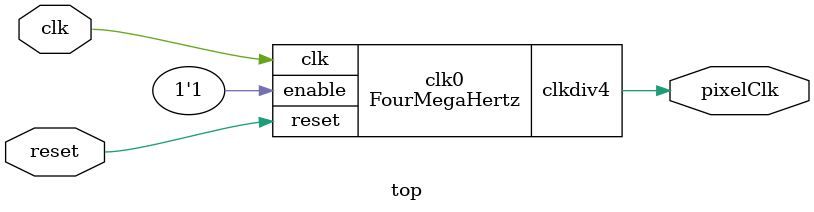
<source format=v>
module FourMegaHertz (reset, clk, enable, clkdiv4);
input reset, clk, enable;
output clkdiv4;
reg [1:0] cnt;

assign clkdiv4 = (cnt==2'd3);
always @(posedge reset or posedge clk)
  if (reset) cnt <= 0;
   else if (enable) 
          if (clkdiv4) cnt <= 0;
            else cnt <= cnt + 1;
endmodule


module top (reset, clk, pixelClk);
input reset, clk;
output pixelClk;

FourMegaHertz clk0 (reset, clk, 1, pixelClk);

endmodule

</source>
